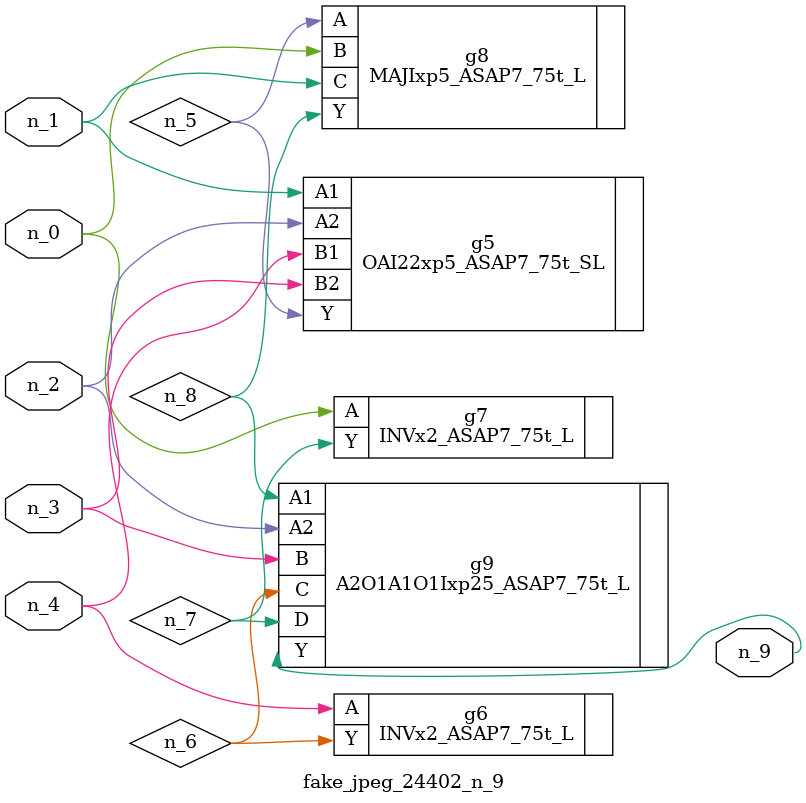
<source format=v>
module fake_jpeg_24402_n_9 (n_3, n_2, n_1, n_0, n_4, n_9);

input n_3;
input n_2;
input n_1;
input n_0;
input n_4;

output n_9;

wire n_8;
wire n_6;
wire n_5;
wire n_7;

OAI22xp5_ASAP7_75t_SL g5 ( 
.A1(n_1),
.A2(n_2),
.B1(n_4),
.B2(n_3),
.Y(n_5)
);

INVx2_ASAP7_75t_L g6 ( 
.A(n_4),
.Y(n_6)
);

INVx2_ASAP7_75t_L g7 ( 
.A(n_0),
.Y(n_7)
);

MAJIxp5_ASAP7_75t_L g8 ( 
.A(n_5),
.B(n_0),
.C(n_1),
.Y(n_8)
);

A2O1A1O1Ixp25_ASAP7_75t_L g9 ( 
.A1(n_8),
.A2(n_2),
.B(n_3),
.C(n_6),
.D(n_7),
.Y(n_9)
);


endmodule
</source>
